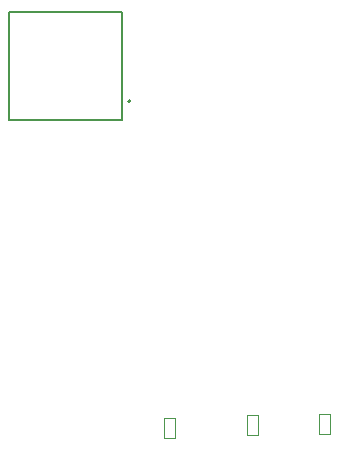
<source format=gbr>
%TF.GenerationSoftware,Altium Limited,Altium Designer,21.4.1 (30)*%
G04 Layer_Color=8388736*
%FSLAX45Y45*%
%MOMM*%
%TF.SameCoordinates,F4A6E2B2-E63A-418B-8CEE-B9A354165880*%
%TF.FilePolarity,Positive*%
%TF.FileFunction,Other,Bottom_3D_Body*%
%TF.Part,Single*%
G01*
G75*
%TA.AperFunction,NonConductor*%
%ADD96C,0.20000*%
%ADD101C,0.10000*%
%ADD103C,0.12700*%
D96*
X610000Y3069000D02*
G03*
X610000Y3069000I-10000J0D01*
G01*
D101*
X2202940Y420000D02*
X2297940D01*
X2202940Y250000D02*
X2297940D01*
X2202940D02*
Y420000D01*
X2297940Y250000D02*
Y420000D01*
X1595400Y410000D02*
X1690400D01*
X1595400Y240000D02*
X1690400D01*
X1595400D02*
Y410000D01*
X1690400Y240000D02*
Y410000D01*
X896143Y390000D02*
X991144D01*
X896143Y220000D02*
X991144D01*
X896143D02*
Y390000D01*
X991144Y220000D02*
Y390000D01*
D103*
X-420000Y2910000D02*
X-50000D01*
X535000D01*
Y3828000D01*
X-420000D02*
X535000D01*
X-420000Y2910000D02*
Y3828000D01*
%TF.MD5,bef35c287d8d6ce610ba91e2b117d4bc*%
M02*

</source>
